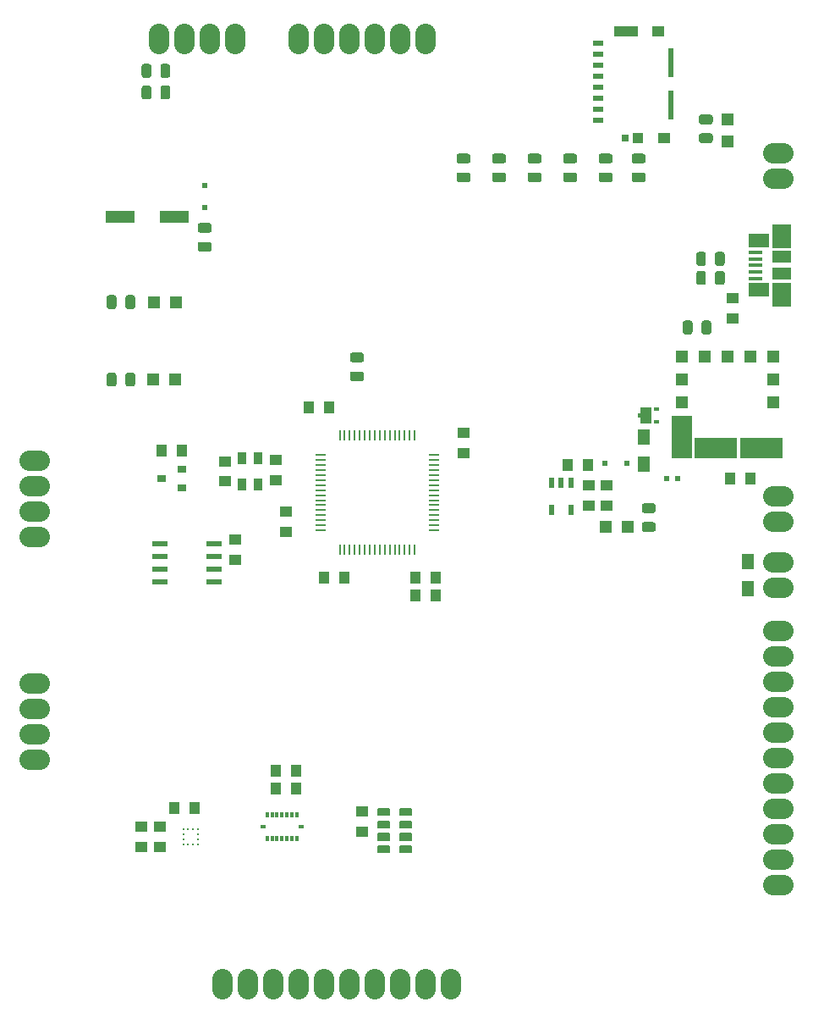
<source format=gbr>
%TF.GenerationSoftware,KiCad,Pcbnew,(5.1.9)-1*%
%TF.CreationDate,2021-03-24T10:42:52-04:00*%
%TF.ProjectId,dev_board,6465765f-626f-4617-9264-2e6b69636164,rev?*%
%TF.SameCoordinates,Original*%
%TF.FileFunction,Paste,Top*%
%TF.FilePolarity,Positive*%
%FSLAX46Y46*%
G04 Gerber Fmt 4.6, Leading zero omitted, Abs format (unit mm)*
G04 Created by KiCad (PCBNEW (5.1.9)-1) date 2021-03-24 10:42:52*
%MOMM*%
%LPD*%
G01*
G04 APERTURE LIST*
%ADD10C,0.100000*%
%ADD11C,0.152400*%
%ADD12R,1.250000X1.000000*%
%ADD13R,1.000000X0.500000*%
%ADD14R,0.780000X0.720000*%
%ADD15R,1.080000X1.050000*%
%ADD16R,1.200000X1.050000*%
%ADD17R,2.390000X1.050000*%
%ADD18R,0.550000X2.910000*%
%ADD19R,1.000000X1.250000*%
%ADD20R,2.997200X1.219200*%
%ADD21R,0.500000X0.400000*%
%ADD22R,1.200000X1.200000*%
%ADD23O,3.048000X2.032000*%
%ADD24O,2.032000X3.048000*%
%ADD25R,0.275000X0.250000*%
%ADD26R,4.320000X2.030000*%
%ADD27R,2.030000X4.320000*%
%ADD28R,1.270000X1.270000*%
%ADD29R,0.500000X1.005599*%
%ADD30R,0.350000X0.580000*%
%ADD31R,0.580000X0.350000*%
%ADD32R,1.092200X0.609600*%
%ADD33R,0.900000X0.800000*%
%ADD34R,0.838200X1.295400*%
%ADD35R,0.500000X0.500000*%
%ADD36R,0.600000X0.500000*%
%ADD37R,1.380000X0.450000*%
%ADD38R,2.100000X1.475000*%
%ADD39R,1.900000X2.375000*%
%ADD40R,1.900000X1.175000*%
%ADD41R,1.000000X0.250000*%
%ADD42R,0.250000X1.000000*%
%ADD43R,1.550000X0.600000*%
%ADD44R,1.300000X1.500000*%
G04 APERTURE END LIST*
D10*
%TO.C,D2*%
G36*
X163114000Y-87084000D02*
G01*
X163114000Y-88684000D01*
X162014000Y-88684000D01*
X162014000Y-88084000D01*
X161764000Y-88084000D01*
X161764000Y-87684000D01*
X162014000Y-87684000D01*
X162014000Y-87084000D01*
X163114000Y-87084000D01*
G37*
D11*
%TO.C,U5*%
X135767900Y-127233200D02*
X135767900Y-127842800D01*
X135767900Y-127842800D02*
X136860100Y-127842800D01*
X136860100Y-127842800D02*
X136860100Y-127233200D01*
X136860100Y-127233200D02*
X135767900Y-127233200D01*
X135767900Y-128483200D02*
X135767900Y-129092800D01*
X135767900Y-129092800D02*
X136860100Y-129092800D01*
X136860100Y-129092800D02*
X136860100Y-128483200D01*
X136860100Y-128483200D02*
X135767900Y-128483200D01*
X135767900Y-129733200D02*
X135767900Y-130342800D01*
X135767900Y-130342800D02*
X136860100Y-130342800D01*
X136860100Y-130342800D02*
X136860100Y-129733200D01*
X136860100Y-129733200D02*
X135767900Y-129733200D01*
X135767900Y-130983200D02*
X135767900Y-131592800D01*
X135767900Y-131592800D02*
X136860100Y-131592800D01*
X136860100Y-131592800D02*
X136860100Y-130983200D01*
X136860100Y-130983200D02*
X135767900Y-130983200D01*
X137967900Y-130983200D02*
X137967900Y-131592800D01*
X137967900Y-131592800D02*
X139060100Y-131592800D01*
X139060100Y-131592800D02*
X139060100Y-130983200D01*
X139060100Y-130983200D02*
X137967900Y-130983200D01*
X137967900Y-129733200D02*
X137967900Y-130342800D01*
X137967900Y-130342800D02*
X139060100Y-130342800D01*
X139060100Y-130342800D02*
X139060100Y-129733200D01*
X139060100Y-129733200D02*
X137967900Y-129733200D01*
X137967900Y-128483200D02*
X137967900Y-129092800D01*
X137967900Y-129092800D02*
X139060100Y-129092800D01*
X139060100Y-129092800D02*
X139060100Y-128483200D01*
X139060100Y-128483200D02*
X137967900Y-128483200D01*
X137967900Y-127233200D02*
X137967900Y-127842800D01*
X137967900Y-127842800D02*
X139060100Y-127842800D01*
X139060100Y-127842800D02*
X139060100Y-127233200D01*
X139060100Y-127233200D02*
X137967900Y-127233200D01*
%TD*%
D12*
%TO.C,C8*%
X158623000Y-96885000D03*
X158623000Y-94885000D03*
%TD*%
D13*
%TO.C,J12*%
X157760000Y-58414000D03*
X157760000Y-57314000D03*
X157760000Y-56214000D03*
X157760000Y-55114000D03*
X157760000Y-54014000D03*
X157760000Y-52914000D03*
X157760000Y-51814000D03*
X157760000Y-50714000D03*
D14*
X160440000Y-60174000D03*
D15*
X161710000Y-60189000D03*
D16*
X164320000Y-60189000D03*
X163750000Y-49539000D03*
D17*
X160565000Y-49539000D03*
D18*
X164995000Y-56850000D03*
X164995000Y-52660000D03*
%TD*%
D19*
%TO.C,C1*%
X117332000Y-127127000D03*
X115332000Y-127127000D03*
%TD*%
D12*
%TO.C,C2*%
X171196000Y-78216000D03*
X171196000Y-76216000D03*
%TD*%
%TO.C,C3*%
X112014000Y-129048000D03*
X112014000Y-131048000D03*
%TD*%
%TO.C,C4*%
X113919000Y-129048000D03*
X113919000Y-131048000D03*
%TD*%
D19*
%TO.C,C5*%
X170958000Y-94234000D03*
X172958000Y-94234000D03*
%TD*%
%TO.C,C6*%
X154702000Y-92837000D03*
X156702000Y-92837000D03*
%TD*%
D12*
%TO.C,C7*%
X156845000Y-96885000D03*
X156845000Y-94885000D03*
%TD*%
D19*
%TO.C,C9*%
X125492000Y-123444000D03*
X127492000Y-123444000D03*
%TD*%
%TO.C,C10*%
X125492000Y-125222000D03*
X127492000Y-125222000D03*
%TD*%
D12*
%TO.C,C11*%
X134112000Y-129524000D03*
X134112000Y-127524000D03*
%TD*%
D19*
%TO.C,C12*%
X114078000Y-91440000D03*
X116078000Y-91440000D03*
%TD*%
D12*
%TO.C,C13*%
X120396000Y-92488000D03*
X120396000Y-94488000D03*
%TD*%
%TO.C,C14*%
X125476000Y-92370400D03*
X125476000Y-94370400D03*
%TD*%
D19*
%TO.C,C15*%
X139446000Y-105934000D03*
X141446000Y-105934000D03*
%TD*%
D20*
%TO.C,C16*%
X115354100Y-68072000D03*
X109943900Y-68072000D03*
%TD*%
D12*
%TO.C,C17*%
X144272000Y-89678000D03*
X144272000Y-91678000D03*
%TD*%
%TO.C,C18*%
X126492000Y-99552000D03*
X126492000Y-97552000D03*
%TD*%
%TO.C,C19*%
X121412000Y-102346000D03*
X121412000Y-100346000D03*
%TD*%
D19*
%TO.C,C20*%
X132302000Y-104140000D03*
X130302000Y-104140000D03*
%TD*%
%TO.C,C21*%
X141462000Y-104140000D03*
X139462000Y-104140000D03*
%TD*%
%TO.C,C22*%
X128794000Y-87122000D03*
X130794000Y-87122000D03*
%TD*%
D21*
%TO.C,D2*%
X162001200Y-87884000D03*
X163614000Y-88534000D03*
X163614000Y-87234000D03*
%TD*%
D22*
%TO.C,D3*%
X158496000Y-99060000D03*
X160696000Y-99060000D03*
%TD*%
%TO.C,D4*%
X170688000Y-60536000D03*
X170688000Y-58336000D03*
%TD*%
%TO.C,D5*%
X115484000Y-76581000D03*
X113284000Y-76581000D03*
%TD*%
%TO.C,D6*%
X115400000Y-84328000D03*
X113200000Y-84328000D03*
%TD*%
D23*
%TO.C,J2*%
X175768000Y-98552000D03*
X175768000Y-96012000D03*
%TD*%
%TO.C,J3*%
X175768000Y-102616000D03*
X175768000Y-105156000D03*
%TD*%
D24*
%TO.C,J4*%
X127762000Y-50292000D03*
X130302000Y-50292000D03*
X132842000Y-50292000D03*
X135382000Y-50292000D03*
X137922000Y-50292000D03*
X140462000Y-50292000D03*
%TD*%
%TO.C,J5*%
X120142000Y-144780000D03*
X122682000Y-144780000D03*
X125222000Y-144780000D03*
X127762000Y-144780000D03*
X130302000Y-144780000D03*
X132842000Y-144780000D03*
X135382000Y-144780000D03*
X137922000Y-144780000D03*
X140462000Y-144780000D03*
X143002000Y-144780000D03*
%TD*%
%TO.C,J7*%
X121412000Y-50292000D03*
X118872000Y-50292000D03*
X116332000Y-50292000D03*
X113792000Y-50292000D03*
%TD*%
D23*
%TO.C,J8*%
X101346000Y-92456000D03*
X101346000Y-94996000D03*
X101346000Y-97536000D03*
X101346000Y-100076000D03*
%TD*%
%TO.C,J9*%
X101346000Y-114681000D03*
X101346000Y-117221000D03*
X101346000Y-119761000D03*
X101346000Y-122301000D03*
%TD*%
%TO.C,J10*%
X175768000Y-109474000D03*
X175768000Y-112014000D03*
X175768000Y-114554000D03*
X175768000Y-117094000D03*
X175768000Y-119634000D03*
X175768000Y-122174000D03*
X175768000Y-124714000D03*
X175768000Y-127254000D03*
X175768000Y-129794000D03*
X175768000Y-132334000D03*
X175768000Y-134874000D03*
%TD*%
%TO.C,J11*%
X175768000Y-64262000D03*
X175768000Y-61722000D03*
%TD*%
%TO.C,R1*%
G36*
G01*
X170413500Y-71806750D02*
X170413500Y-72719250D01*
G75*
G02*
X170169750Y-72963000I-243750J0D01*
G01*
X169682250Y-72963000D01*
G75*
G02*
X169438500Y-72719250I0J243750D01*
G01*
X169438500Y-71806750D01*
G75*
G02*
X169682250Y-71563000I243750J0D01*
G01*
X170169750Y-71563000D01*
G75*
G02*
X170413500Y-71806750I0J-243750D01*
G01*
G37*
G36*
G01*
X168538500Y-71806750D02*
X168538500Y-72719250D01*
G75*
G02*
X168294750Y-72963000I-243750J0D01*
G01*
X167807250Y-72963000D01*
G75*
G02*
X167563500Y-72719250I0J243750D01*
G01*
X167563500Y-71806750D01*
G75*
G02*
X167807250Y-71563000I243750J0D01*
G01*
X168294750Y-71563000D01*
G75*
G02*
X168538500Y-71806750I0J-243750D01*
G01*
G37*
%TD*%
%TO.C,R2*%
G36*
G01*
X170413500Y-73711750D02*
X170413500Y-74624250D01*
G75*
G02*
X170169750Y-74868000I-243750J0D01*
G01*
X169682250Y-74868000D01*
G75*
G02*
X169438500Y-74624250I0J243750D01*
G01*
X169438500Y-73711750D01*
G75*
G02*
X169682250Y-73468000I243750J0D01*
G01*
X170169750Y-73468000D01*
G75*
G02*
X170413500Y-73711750I0J-243750D01*
G01*
G37*
G36*
G01*
X168538500Y-73711750D02*
X168538500Y-74624250D01*
G75*
G02*
X168294750Y-74868000I-243750J0D01*
G01*
X167807250Y-74868000D01*
G75*
G02*
X167563500Y-74624250I0J243750D01*
G01*
X167563500Y-73711750D01*
G75*
G02*
X167807250Y-73468000I243750J0D01*
G01*
X168294750Y-73468000D01*
G75*
G02*
X168538500Y-73711750I0J-243750D01*
G01*
G37*
%TD*%
%TO.C,R3*%
G36*
G01*
X166215000Y-79577250D02*
X166215000Y-78664750D01*
G75*
G02*
X166458750Y-78421000I243750J0D01*
G01*
X166946250Y-78421000D01*
G75*
G02*
X167190000Y-78664750I0J-243750D01*
G01*
X167190000Y-79577250D01*
G75*
G02*
X166946250Y-79821000I-243750J0D01*
G01*
X166458750Y-79821000D01*
G75*
G02*
X166215000Y-79577250I0J243750D01*
G01*
G37*
G36*
G01*
X168090000Y-79577250D02*
X168090000Y-78664750D01*
G75*
G02*
X168333750Y-78421000I243750J0D01*
G01*
X168821250Y-78421000D01*
G75*
G02*
X169065000Y-78664750I0J-243750D01*
G01*
X169065000Y-79577250D01*
G75*
G02*
X168821250Y-79821000I-243750J0D01*
G01*
X168333750Y-79821000D01*
G75*
G02*
X168090000Y-79577250I0J243750D01*
G01*
G37*
%TD*%
%TO.C,R4*%
G36*
G01*
X163270250Y-99547500D02*
X162357750Y-99547500D01*
G75*
G02*
X162114000Y-99303750I0J243750D01*
G01*
X162114000Y-98816250D01*
G75*
G02*
X162357750Y-98572500I243750J0D01*
G01*
X163270250Y-98572500D01*
G75*
G02*
X163514000Y-98816250I0J-243750D01*
G01*
X163514000Y-99303750D01*
G75*
G02*
X163270250Y-99547500I-243750J0D01*
G01*
G37*
G36*
G01*
X163270250Y-97672500D02*
X162357750Y-97672500D01*
G75*
G02*
X162114000Y-97428750I0J243750D01*
G01*
X162114000Y-96941250D01*
G75*
G02*
X162357750Y-96697500I243750J0D01*
G01*
X163270250Y-96697500D01*
G75*
G02*
X163514000Y-96941250I0J-243750D01*
G01*
X163514000Y-97428750D01*
G75*
G02*
X163270250Y-97672500I-243750J0D01*
G01*
G37*
%TD*%
%TO.C,R5*%
G36*
G01*
X168072750Y-57835500D02*
X168985250Y-57835500D01*
G75*
G02*
X169229000Y-58079250I0J-243750D01*
G01*
X169229000Y-58566750D01*
G75*
G02*
X168985250Y-58810500I-243750J0D01*
G01*
X168072750Y-58810500D01*
G75*
G02*
X167829000Y-58566750I0J243750D01*
G01*
X167829000Y-58079250D01*
G75*
G02*
X168072750Y-57835500I243750J0D01*
G01*
G37*
G36*
G01*
X168072750Y-59710500D02*
X168985250Y-59710500D01*
G75*
G02*
X169229000Y-59954250I0J-243750D01*
G01*
X169229000Y-60441750D01*
G75*
G02*
X168985250Y-60685500I-243750J0D01*
G01*
X168072750Y-60685500D01*
G75*
G02*
X167829000Y-60441750I0J243750D01*
G01*
X167829000Y-59954250D01*
G75*
G02*
X168072750Y-59710500I243750J0D01*
G01*
G37*
%TD*%
%TO.C,R6*%
G36*
G01*
X158952250Y-64592500D02*
X158039750Y-64592500D01*
G75*
G02*
X157796000Y-64348750I0J243750D01*
G01*
X157796000Y-63861250D01*
G75*
G02*
X158039750Y-63617500I243750J0D01*
G01*
X158952250Y-63617500D01*
G75*
G02*
X159196000Y-63861250I0J-243750D01*
G01*
X159196000Y-64348750D01*
G75*
G02*
X158952250Y-64592500I-243750J0D01*
G01*
G37*
G36*
G01*
X158952250Y-62717500D02*
X158039750Y-62717500D01*
G75*
G02*
X157796000Y-62473750I0J243750D01*
G01*
X157796000Y-61986250D01*
G75*
G02*
X158039750Y-61742500I243750J0D01*
G01*
X158952250Y-61742500D01*
G75*
G02*
X159196000Y-61986250I0J-243750D01*
G01*
X159196000Y-62473750D01*
G75*
G02*
X158952250Y-62717500I-243750J0D01*
G01*
G37*
%TD*%
%TO.C,R7*%
G36*
G01*
X155396250Y-64592500D02*
X154483750Y-64592500D01*
G75*
G02*
X154240000Y-64348750I0J243750D01*
G01*
X154240000Y-63861250D01*
G75*
G02*
X154483750Y-63617500I243750J0D01*
G01*
X155396250Y-63617500D01*
G75*
G02*
X155640000Y-63861250I0J-243750D01*
G01*
X155640000Y-64348750D01*
G75*
G02*
X155396250Y-64592500I-243750J0D01*
G01*
G37*
G36*
G01*
X155396250Y-62717500D02*
X154483750Y-62717500D01*
G75*
G02*
X154240000Y-62473750I0J243750D01*
G01*
X154240000Y-61986250D01*
G75*
G02*
X154483750Y-61742500I243750J0D01*
G01*
X155396250Y-61742500D01*
G75*
G02*
X155640000Y-61986250I0J-243750D01*
G01*
X155640000Y-62473750D01*
G75*
G02*
X155396250Y-62717500I-243750J0D01*
G01*
G37*
%TD*%
%TO.C,R8*%
G36*
G01*
X151840250Y-64592500D02*
X150927750Y-64592500D01*
G75*
G02*
X150684000Y-64348750I0J243750D01*
G01*
X150684000Y-63861250D01*
G75*
G02*
X150927750Y-63617500I243750J0D01*
G01*
X151840250Y-63617500D01*
G75*
G02*
X152084000Y-63861250I0J-243750D01*
G01*
X152084000Y-64348750D01*
G75*
G02*
X151840250Y-64592500I-243750J0D01*
G01*
G37*
G36*
G01*
X151840250Y-62717500D02*
X150927750Y-62717500D01*
G75*
G02*
X150684000Y-62473750I0J243750D01*
G01*
X150684000Y-61986250D01*
G75*
G02*
X150927750Y-61742500I243750J0D01*
G01*
X151840250Y-61742500D01*
G75*
G02*
X152084000Y-61986250I0J-243750D01*
G01*
X152084000Y-62473750D01*
G75*
G02*
X151840250Y-62717500I-243750J0D01*
G01*
G37*
%TD*%
%TO.C,R9*%
G36*
G01*
X148284250Y-64592500D02*
X147371750Y-64592500D01*
G75*
G02*
X147128000Y-64348750I0J243750D01*
G01*
X147128000Y-63861250D01*
G75*
G02*
X147371750Y-63617500I243750J0D01*
G01*
X148284250Y-63617500D01*
G75*
G02*
X148528000Y-63861250I0J-243750D01*
G01*
X148528000Y-64348750D01*
G75*
G02*
X148284250Y-64592500I-243750J0D01*
G01*
G37*
G36*
G01*
X148284250Y-62717500D02*
X147371750Y-62717500D01*
G75*
G02*
X147128000Y-62473750I0J243750D01*
G01*
X147128000Y-61986250D01*
G75*
G02*
X147371750Y-61742500I243750J0D01*
G01*
X148284250Y-61742500D01*
G75*
G02*
X148528000Y-61986250I0J-243750D01*
G01*
X148528000Y-62473750D01*
G75*
G02*
X148284250Y-62717500I-243750J0D01*
G01*
G37*
%TD*%
%TO.C,R10*%
G36*
G01*
X144728250Y-64592500D02*
X143815750Y-64592500D01*
G75*
G02*
X143572000Y-64348750I0J243750D01*
G01*
X143572000Y-63861250D01*
G75*
G02*
X143815750Y-63617500I243750J0D01*
G01*
X144728250Y-63617500D01*
G75*
G02*
X144972000Y-63861250I0J-243750D01*
G01*
X144972000Y-64348750D01*
G75*
G02*
X144728250Y-64592500I-243750J0D01*
G01*
G37*
G36*
G01*
X144728250Y-62717500D02*
X143815750Y-62717500D01*
G75*
G02*
X143572000Y-62473750I0J243750D01*
G01*
X143572000Y-61986250D01*
G75*
G02*
X143815750Y-61742500I243750J0D01*
G01*
X144728250Y-61742500D01*
G75*
G02*
X144972000Y-61986250I0J-243750D01*
G01*
X144972000Y-62473750D01*
G75*
G02*
X144728250Y-62717500I-243750J0D01*
G01*
G37*
%TD*%
%TO.C,R11*%
G36*
G01*
X162254250Y-64592500D02*
X161341750Y-64592500D01*
G75*
G02*
X161098000Y-64348750I0J243750D01*
G01*
X161098000Y-63861250D01*
G75*
G02*
X161341750Y-63617500I243750J0D01*
G01*
X162254250Y-63617500D01*
G75*
G02*
X162498000Y-63861250I0J-243750D01*
G01*
X162498000Y-64348750D01*
G75*
G02*
X162254250Y-64592500I-243750J0D01*
G01*
G37*
G36*
G01*
X162254250Y-62717500D02*
X161341750Y-62717500D01*
G75*
G02*
X161098000Y-62473750I0J243750D01*
G01*
X161098000Y-61986250D01*
G75*
G02*
X161341750Y-61742500I243750J0D01*
G01*
X162254250Y-61742500D01*
G75*
G02*
X162498000Y-61986250I0J-243750D01*
G01*
X162498000Y-62473750D01*
G75*
G02*
X162254250Y-62717500I-243750J0D01*
G01*
G37*
%TD*%
%TO.C,R12*%
G36*
G01*
X111407000Y-76124750D02*
X111407000Y-77037250D01*
G75*
G02*
X111163250Y-77281000I-243750J0D01*
G01*
X110675750Y-77281000D01*
G75*
G02*
X110432000Y-77037250I0J243750D01*
G01*
X110432000Y-76124750D01*
G75*
G02*
X110675750Y-75881000I243750J0D01*
G01*
X111163250Y-75881000D01*
G75*
G02*
X111407000Y-76124750I0J-243750D01*
G01*
G37*
G36*
G01*
X109532000Y-76124750D02*
X109532000Y-77037250D01*
G75*
G02*
X109288250Y-77281000I-243750J0D01*
G01*
X108800750Y-77281000D01*
G75*
G02*
X108557000Y-77037250I0J243750D01*
G01*
X108557000Y-76124750D01*
G75*
G02*
X108800750Y-75881000I243750J0D01*
G01*
X109288250Y-75881000D01*
G75*
G02*
X109532000Y-76124750I0J-243750D01*
G01*
G37*
%TD*%
%TO.C,R13*%
G36*
G01*
X111407000Y-83871750D02*
X111407000Y-84784250D01*
G75*
G02*
X111163250Y-85028000I-243750J0D01*
G01*
X110675750Y-85028000D01*
G75*
G02*
X110432000Y-84784250I0J243750D01*
G01*
X110432000Y-83871750D01*
G75*
G02*
X110675750Y-83628000I243750J0D01*
G01*
X111163250Y-83628000D01*
G75*
G02*
X111407000Y-83871750I0J-243750D01*
G01*
G37*
G36*
G01*
X109532000Y-83871750D02*
X109532000Y-84784250D01*
G75*
G02*
X109288250Y-85028000I-243750J0D01*
G01*
X108800750Y-85028000D01*
G75*
G02*
X108557000Y-84784250I0J243750D01*
G01*
X108557000Y-83871750D01*
G75*
G02*
X108800750Y-83628000I243750J0D01*
G01*
X109288250Y-83628000D01*
G75*
G02*
X109532000Y-83871750I0J-243750D01*
G01*
G37*
%TD*%
%TO.C,R14*%
G36*
G01*
X117907750Y-68679000D02*
X118820250Y-68679000D01*
G75*
G02*
X119064000Y-68922750I0J-243750D01*
G01*
X119064000Y-69410250D01*
G75*
G02*
X118820250Y-69654000I-243750J0D01*
G01*
X117907750Y-69654000D01*
G75*
G02*
X117664000Y-69410250I0J243750D01*
G01*
X117664000Y-68922750D01*
G75*
G02*
X117907750Y-68679000I243750J0D01*
G01*
G37*
G36*
G01*
X117907750Y-70554000D02*
X118820250Y-70554000D01*
G75*
G02*
X119064000Y-70797750I0J-243750D01*
G01*
X119064000Y-71285250D01*
G75*
G02*
X118820250Y-71529000I-243750J0D01*
G01*
X117907750Y-71529000D01*
G75*
G02*
X117664000Y-71285250I0J243750D01*
G01*
X117664000Y-70797750D01*
G75*
G02*
X117907750Y-70554000I243750J0D01*
G01*
G37*
%TD*%
%TO.C,R15*%
G36*
G01*
X134060250Y-84483000D02*
X133147750Y-84483000D01*
G75*
G02*
X132904000Y-84239250I0J243750D01*
G01*
X132904000Y-83751750D01*
G75*
G02*
X133147750Y-83508000I243750J0D01*
G01*
X134060250Y-83508000D01*
G75*
G02*
X134304000Y-83751750I0J-243750D01*
G01*
X134304000Y-84239250D01*
G75*
G02*
X134060250Y-84483000I-243750J0D01*
G01*
G37*
G36*
G01*
X134060250Y-82608000D02*
X133147750Y-82608000D01*
G75*
G02*
X132904000Y-82364250I0J243750D01*
G01*
X132904000Y-81876750D01*
G75*
G02*
X133147750Y-81633000I243750J0D01*
G01*
X134060250Y-81633000D01*
G75*
G02*
X134304000Y-81876750I0J-243750D01*
G01*
X134304000Y-82364250D01*
G75*
G02*
X134060250Y-82608000I-243750J0D01*
G01*
G37*
%TD*%
%TO.C,R16*%
G36*
G01*
X112064500Y-53923250D02*
X112064500Y-53010750D01*
G75*
G02*
X112308250Y-52767000I243750J0D01*
G01*
X112795750Y-52767000D01*
G75*
G02*
X113039500Y-53010750I0J-243750D01*
G01*
X113039500Y-53923250D01*
G75*
G02*
X112795750Y-54167000I-243750J0D01*
G01*
X112308250Y-54167000D01*
G75*
G02*
X112064500Y-53923250I0J243750D01*
G01*
G37*
G36*
G01*
X113939500Y-53923250D02*
X113939500Y-53010750D01*
G75*
G02*
X114183250Y-52767000I243750J0D01*
G01*
X114670750Y-52767000D01*
G75*
G02*
X114914500Y-53010750I0J-243750D01*
G01*
X114914500Y-53923250D01*
G75*
G02*
X114670750Y-54167000I-243750J0D01*
G01*
X114183250Y-54167000D01*
G75*
G02*
X113939500Y-53923250I0J243750D01*
G01*
G37*
%TD*%
%TO.C,R17*%
G36*
G01*
X112064500Y-56082250D02*
X112064500Y-55169750D01*
G75*
G02*
X112308250Y-54926000I243750J0D01*
G01*
X112795750Y-54926000D01*
G75*
G02*
X113039500Y-55169750I0J-243750D01*
G01*
X113039500Y-56082250D01*
G75*
G02*
X112795750Y-56326000I-243750J0D01*
G01*
X112308250Y-56326000D01*
G75*
G02*
X112064500Y-56082250I0J243750D01*
G01*
G37*
G36*
G01*
X113939500Y-56082250D02*
X113939500Y-55169750D01*
G75*
G02*
X114183250Y-54926000I243750J0D01*
G01*
X114670750Y-54926000D01*
G75*
G02*
X114914500Y-55169750I0J-243750D01*
G01*
X114914500Y-56082250D01*
G75*
G02*
X114670750Y-56326000I-243750J0D01*
G01*
X114183250Y-56326000D01*
G75*
G02*
X113939500Y-56082250I0J243750D01*
G01*
G37*
%TD*%
D25*
%TO.C,U1*%
X117717001Y-129798000D03*
X117717001Y-130298000D03*
X117717001Y-130798001D03*
X117217000Y-130798001D03*
X116717000Y-130798001D03*
X116216999Y-130798001D03*
X116216999Y-130298000D03*
X116216999Y-129798000D03*
X116216999Y-129297999D03*
X116717000Y-129297999D03*
X117217000Y-129297999D03*
X117717001Y-129297999D03*
%TD*%
D26*
%TO.C,U2*%
X174116000Y-91184000D03*
X169546000Y-91184000D03*
D27*
X166116000Y-90044000D03*
D28*
X175266000Y-86614000D03*
X175266000Y-84324000D03*
X175266000Y-82044000D03*
X172976000Y-82044000D03*
X170686000Y-82044000D03*
X168406000Y-82044000D03*
X166116000Y-82044000D03*
X166116000Y-84324000D03*
X166116000Y-86614000D03*
%TD*%
D29*
%TO.C,U3*%
X155001001Y-94659201D03*
X154051000Y-94659201D03*
X153100999Y-94659201D03*
X153100999Y-97364799D03*
X155001001Y-97364799D03*
%TD*%
D30*
%TO.C,U4*%
X127611000Y-127872000D03*
X127111000Y-127872000D03*
X126611000Y-127872000D03*
X126111000Y-127872000D03*
X125611000Y-127872000D03*
X125111000Y-127872000D03*
X124611000Y-127872000D03*
D31*
X124201000Y-129032000D03*
D30*
X124611000Y-130192000D03*
X125111000Y-130192000D03*
X125611000Y-130192000D03*
X126111000Y-130192000D03*
X126611000Y-130192000D03*
X127111000Y-130192000D03*
X127611000Y-130192000D03*
D31*
X128021000Y-129032000D03*
%TD*%
D32*
%TO.C,U5*%
X136314000Y-127538000D03*
X136314000Y-128788000D03*
X136314000Y-130038000D03*
X136314000Y-131288000D03*
X138514000Y-131288000D03*
X138514000Y-130038000D03*
X138514000Y-128788000D03*
X138514000Y-127538000D03*
%TD*%
D33*
%TO.C,U6*%
X116062000Y-95184000D03*
X116062000Y-93284000D03*
X114062000Y-94234000D03*
%TD*%
D34*
%TO.C,Y1*%
X123736100Y-94780100D03*
X123736100Y-92163900D03*
X122135900Y-92163900D03*
X122135900Y-94780100D03*
%TD*%
D35*
%TO.C,D1*%
X158412000Y-92710000D03*
X160612000Y-92710000D03*
%TD*%
%TO.C,D7*%
X118364000Y-64940000D03*
X118364000Y-67140000D03*
%TD*%
D36*
%TO.C,D8*%
X165692000Y-94234000D03*
X164592000Y-94234000D03*
%TD*%
D37*
%TO.C,J1*%
X173489000Y-74198000D03*
X173489000Y-73548000D03*
X173489000Y-72898000D03*
X173489000Y-72248000D03*
X173489000Y-71598000D03*
D38*
X173849000Y-75360500D03*
X173849000Y-70435500D03*
D39*
X176149000Y-75808000D03*
X176149000Y-69988000D03*
D40*
X176149000Y-73738000D03*
X176149000Y-72058000D03*
%TD*%
D41*
%TO.C,U7*%
X129936000Y-91881000D03*
X129936000Y-92381000D03*
X129936000Y-92881000D03*
X129936000Y-93381000D03*
X129936000Y-93881000D03*
X129936000Y-94381000D03*
X129936000Y-94881000D03*
X129936000Y-95381000D03*
X129936000Y-95881000D03*
X129936000Y-96381000D03*
X129936000Y-96881000D03*
X129936000Y-97381000D03*
X129936000Y-97881000D03*
X129936000Y-98381000D03*
X129936000Y-98881000D03*
X129936000Y-99381000D03*
D42*
X131886000Y-101331000D03*
X132386000Y-101331000D03*
X132886000Y-101331000D03*
X133386000Y-101331000D03*
X133886000Y-101331000D03*
X134386000Y-101331000D03*
X134886000Y-101331000D03*
X135386000Y-101331000D03*
X135886000Y-101331000D03*
X136386000Y-101331000D03*
X136886000Y-101331000D03*
X137386000Y-101331000D03*
X137886000Y-101331000D03*
X138386000Y-101331000D03*
X138886000Y-101331000D03*
X139386000Y-101331000D03*
D41*
X141336000Y-99381000D03*
X141336000Y-98881000D03*
X141336000Y-98381000D03*
X141336000Y-97881000D03*
X141336000Y-97381000D03*
X141336000Y-96881000D03*
X141336000Y-96381000D03*
X141336000Y-95881000D03*
X141336000Y-95381000D03*
X141336000Y-94881000D03*
X141336000Y-94381000D03*
X141336000Y-93881000D03*
X141336000Y-93381000D03*
X141336000Y-92881000D03*
X141336000Y-92381000D03*
X141336000Y-91881000D03*
D42*
X139386000Y-89931000D03*
X138886000Y-89931000D03*
X138386000Y-89931000D03*
X137886000Y-89931000D03*
X137386000Y-89931000D03*
X136886000Y-89931000D03*
X136386000Y-89931000D03*
X135886000Y-89931000D03*
X135386000Y-89931000D03*
X134886000Y-89931000D03*
X134386000Y-89931000D03*
X133886000Y-89931000D03*
X133386000Y-89931000D03*
X132886000Y-89931000D03*
X132386000Y-89931000D03*
X131886000Y-89931000D03*
%TD*%
D43*
%TO.C,U8*%
X119286000Y-104521000D03*
X119286000Y-103251000D03*
X119286000Y-101981000D03*
X119286000Y-100711000D03*
X113886000Y-100711000D03*
X113886000Y-101981000D03*
X113886000Y-103251000D03*
X113886000Y-104521000D03*
%TD*%
D44*
%TO.C,F1*%
X172720000Y-105236000D03*
X172720000Y-102536000D03*
%TD*%
%TO.C,F2*%
X162306000Y-90090000D03*
X162306000Y-92790000D03*
%TD*%
M02*

</source>
